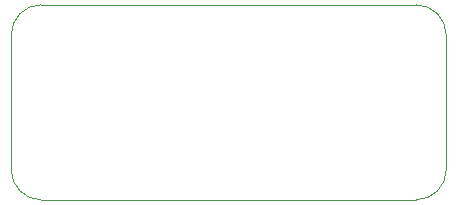
<source format=gbr>
%TF.GenerationSoftware,KiCad,Pcbnew,(5.1.10-1-10_14)*%
%TF.CreationDate,2021-09-08T14:02:43-07:00*%
%TF.ProjectId,i2c_header_x5,6932635f-6865-4616-9465-725f78352e6b,rev?*%
%TF.SameCoordinates,Original*%
%TF.FileFunction,Profile,NP*%
%FSLAX46Y46*%
G04 Gerber Fmt 4.6, Leading zero omitted, Abs format (unit mm)*
G04 Created by KiCad (PCBNEW (5.1.10-1-10_14)) date 2021-09-08 14:02:43*
%MOMM*%
%LPD*%
G01*
G04 APERTURE LIST*
%TA.AperFunction,Profile*%
%ADD10C,0.050000*%
%TD*%
G04 APERTURE END LIST*
D10*
X147320000Y-92710000D02*
X147320000Y-104140000D01*
X184150000Y-92710000D02*
X184150000Y-104140000D01*
X184150000Y-104140000D02*
G75*
G02*
X181610000Y-106680000I-2540000J0D01*
G01*
X181610000Y-90170000D02*
G75*
G02*
X184150000Y-92710000I0J-2540000D01*
G01*
X149860000Y-106680000D02*
G75*
G02*
X147320000Y-104140000I0J2540000D01*
G01*
X147320000Y-92710000D02*
G75*
G02*
X149860000Y-90170000I2540000J0D01*
G01*
X149860000Y-106680000D02*
X181610000Y-106680000D01*
X149860000Y-90170000D02*
X181610000Y-90170000D01*
M02*

</source>
